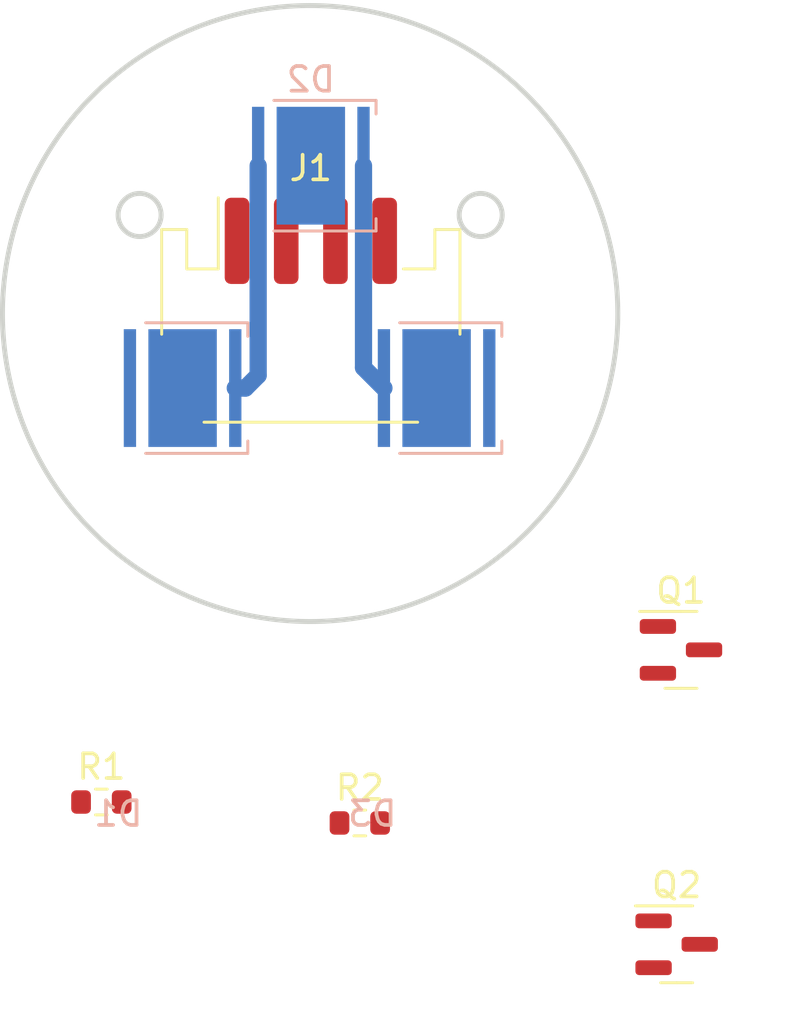
<source format=kicad_pcb>
(kicad_pcb (version 20211014) (generator pcbnew)
  (layers (0 "F.Cu" signal) (31 "B.Cu" signal) (34 "B.Paste" user) (35 "F.Paste" user) (36 "B.SilkS" user "B.Silkscreen") (37 "F.SilkS" user "F.Silkscreen") (38 "B.Mask" user) (39 "F.Mask" user) (44 "Edge.Cuts" user))
  (net 0 "")
  (net 1 "Net-(D1-Pad1)")
  (net 2 "+BATT")
  (net 3 "Net-(D2-Pad1)")
  (net 4 "Net-(D3-Pad1)")
  (net 5 "GND")
  (net 8 "Net-(Q1-Pad1)")
  (net 9 "Net-(Q1-Pad2)")
  (footprint "Connector_JST:JST_PH_S4B-PH-SM4-TB_1x04-1MP_P2.00mm_Horizontal" (layer "F.Cu") (at 121.1 99.8)
    (fp_text reference "J1" (at 0 -5.8) (layer "F.SilkS"))
    (fp_text value "S4B-PH-SM4")
    (fp_line (start -5.04 -1.71) (end -3.76 -1.71) (layer "F.SilkS") (width 0.12))
    (fp_line (start 6.06 -3.31) (end 5.04 -3.31) (layer "F.SilkS") (width 0.12))
    (fp_line (start -3.76 -1.71) (end -3.76 -4.6) (layer "F.SilkS") (width 0.12))
    (fp_line (start -6.06 -3.31) (end -5.04 -3.31) (layer "F.SilkS") (width 0.12))
    (fp_line (start 5.04 -3.31) (end 5.04 -1.71) (layer "F.SilkS") (width 0.12))
    (fp_line (start 6.06 0.94) (end 6.06 -3.31) (layer "F.SilkS") (width 0.12))
    (fp_line (start -5.04 -3.31) (end -5.04 -1.71) (layer "F.SilkS") (width 0.12))
    (fp_line (start 5.04 -1.71) (end 3.76 -1.71) (layer "F.SilkS") (width 0.12))
    (fp_line (start -4.34 4.51) (end 4.34 4.51) (layer "F.SilkS") (width 0.12))
    (fp_line (start -6.06 0.94) (end -6.06 -3.31) (layer "F.SilkS") (width 0.12))
    (pad "1" smd roundrect (at -3 -2.85) (size 1 3.5) (layers "F.Cu" "F.Paste" "F.Mask") (net 5 "GND"))
    (pad "2" smd roundrect (at -1 -2.85) (size 1 3.5) (layers "F.Cu" "F.Paste" "F.Mask") (net 2 "+BATT"))
    (pad "3" smd roundrect (at 1 -2.85) (size 1 3.5) (layers "F.Cu" "F.Paste" "F.Mask"))
    (pad "4" smd roundrect (at 3 -2.85) (size 1 3.5) (layers "F.Cu" "F.Paste" "F.Mask"))
    (pad "MP" smd roundrect (at -5.35 2.9) (size 1.5 3.4) (layers "F.Cu" "F.Paste" "F.Mask") (roundrect_rratio 0.166667))
    (pad "MP" smd roundrect (at 5.35 2.9) (size 1.5 3.4) (layers "F.Cu" "F.Paste" "F.Mask") (roundrect_rratio 0.166667))
  )
  (footprint "Resistor_SMD:R_0603_1608Metric" (layer "F.Cu") (at 112.59 119.725)
    (fp_text reference "R1" (at 0 -1.43) (layer "F.SilkS"))
    (fp_text value "R")
    (fp_line (start -0.237258 0.5225) (end 0.237258 0.5225) (layer "F.SilkS") (width 0.12))
    (fp_line (start -0.237258 -0.5225) (end 0.237258 -0.5225) (layer "F.SilkS") (width 0.12))
    (pad "1" smd roundrect (at -0.825 0) (size 0.8 0.95) (layers "F.Cu" "F.Paste" "F.Mask") (net 2 "+BATT"))
    (pad "2" smd roundrect (at 0.825 0) (size 0.8 0.95) (layers "F.Cu" "F.Paste" "F.Mask") (net 9 "Net-(Q1-Pad2)"))
  )
  (footprint "Package_TO_SOT_SMD:SOT-23" (layer "F.Cu") (at 135.9625 125.5)
    (fp_text reference "Q2" (at 0 -2.4) (layer "F.SilkS"))
    (fp_text value "Q_NMOS_DGS")
    (fp_line (start 0 1.56) (end -0.65 1.56) (layer "F.SilkS") (width 0.12))
    (fp_line (start 0 1.56) (end 0.65 1.56) (layer "F.SilkS") (width 0.12))
    (fp_line (start 0 -1.56) (end -1.675 -1.56) (layer "F.SilkS") (width 0.12))
    (fp_line (start 0 -1.56) (end 0.65 -1.56) (layer "F.SilkS") (width 0.12))
    (pad "1" smd roundrect (at -0.9375 -0.95) (size 1.475 0.6) (layers "F.Cu" "F.Paste" "F.Mask") (net 4 "Net-(D3-Pad1)"))
    (pad "2" smd roundrect (at -0.9375 0.95) (size 1.475 0.6) (layers "F.Cu" "F.Paste" "F.Mask") (net 9 "Net-(Q1-Pad2)"))
    (pad "3" smd roundrect (at 0.9375 0) (size 1.475 0.6) (layers "F.Cu" "F.Paste" "F.Mask") (net 8 "Net-(Q1-Pad1)"))
  )
  (footprint "Package_TO_SOT_SMD:SOT-23" (layer "F.Cu") (at 136.1375 113.55)
    (fp_text reference "Q1" (at 0 -2.4) (layer "F.SilkS"))
    (fp_text value "Q_NPN_BCE")
    (fp_line (start 0 1.56) (end -0.65 1.56) (layer "F.SilkS") (width 0.12))
    (fp_line (start 0 -1.56) (end -1.675 -1.56) (layer "F.SilkS") (width 0.12))
    (fp_line (start 0 1.56) (end 0.65 1.56) (layer "F.SilkS") (width 0.12))
    (fp_line (start 0 -1.56) (end 0.65 -1.56) (layer "F.SilkS") (width 0.12))
    (pad "1" smd roundrect (at -0.9375 -0.95) (size 1.475 0.6) (layers "F.Cu" "F.Paste" "F.Mask") (net 8 "Net-(Q1-Pad1)"))
    (pad "2" smd roundrect (at -0.9375 0.95) (size 1.475 0.6) (layers "F.Cu" "F.Paste" "F.Mask") (net 9 "Net-(Q1-Pad2)"))
    (pad "3" smd roundrect (at 0.9375 0) (size 1.475 0.6) (layers "F.Cu" "F.Paste" "F.Mask") (net 5 "GND"))
  )
  (footprint "Resistor_SMD:R_0603_1608Metric" (layer "F.Cu") (at 123.09 120.575)
    (fp_text reference "R2" (at 0 -1.43) (layer "F.SilkS"))
    (fp_text value "R")
    (fp_line (start -0.237258 0.5225) (end 0.237258 0.5225) (layer "F.SilkS") (width 0.12))
    (fp_line (start -0.237258 -0.5225) (end 0.237258 -0.5225) (layer "F.SilkS") (width 0.12))
    (pad "1" smd roundrect (at -0.825 0) (size 0.8 0.95) (layers "F.Cu" "F.Paste" "F.Mask") (net 8 "Net-(Q1-Pad1)"))
    (pad "2" smd roundrect (at 0.825 0) (size 0.8 0.95) (layers "F.Cu" "F.Paste" "F.Mask") (net 5 "GND"))
  )
  (footprint "LED_SMD:LED_Cree-XHP50_6V" (layer "B.Cu") (at 121.1 93.9 180)
    (fp_text reference "D2" (at 0 3.5) (layer "B.SilkS") (effects (justify mirror)))
    (fp_text value "LED_Pad")
    (fp_line (start -2.65 2.65) (end -2.65 2.1) (layer "B.SilkS") (width 0.12))
    (fp_line (start -2.65 -2.65) (end -2.65 -2.15) (layer "B.SilkS") (width 0.12))
    (fp_line (start 1.5 -2.65) (end -2.65 -2.65) (layer "B.SilkS") (width 0.12))
    (fp_line (start 1.5 2.65) (end -2.65 2.65) (layer "B.SilkS") (width 0.12))
    (pad "1" smd rect (at -2.14 0 180) (size 0.5 4.78) (layers "B.Cu" "B.Mask") (net 3 "Net-(D2-Pad1)"))
    (pad "2" smd rect (at 2.14 0 180) (size 0.5 4.78) (layers "B.Cu" "B.Mask") (net 1 "Net-(D1-Pad1)"))
    (pad "3" smd rect (at 0 0 180) (size 2.78 4.78) (layers "B.Cu" "B.Mask"))
  )
  (footprint "LED_SMD:LED_Cree-XHP50_6V" (layer "B.Cu") (at 126.21 102.925 180)
    (fp_text reference "D3" (at 2.61 -17.275) (layer "B.SilkS") (effects (justify mirror)))
    (fp_text value "LED_Pad")
    (fp_line (start 1.5 -2.65) (end -2.65 -2.65) (layer "B.SilkS") (width 0.12))
    (fp_line (start 1.5 2.65) (end -2.65 2.65) (layer "B.SilkS") (width 0.12))
    (fp_line (start -2.65 2.65) (end -2.65 2.1) (layer "B.SilkS") (width 0.12))
    (fp_line (start -2.65 -2.65) (end -2.65 -2.15) (layer "B.SilkS") (width 0.12))
    (pad "1" smd rect (at -2.14 0 180) (size 0.5 4.78) (layers "B.Cu" "B.Mask") (net 4 "Net-(D3-Pad1)"))
    (pad "2" smd rect (at 2.14 0 180) (size 0.5 4.78) (layers "B.Cu" "B.Mask") (net 3 "Net-(D2-Pad1)"))
    (pad "3" smd rect (at 0 0 180) (size 2.78 4.78) (layers "B.Cu" "B.Mask"))
  )
  (footprint "LED_SMD:LED_Cree-XHP50_6V" (layer "B.Cu") (at 115.89 102.925 180)
    (fp_text reference "D1" (at 2.61 -17.275) (layer "B.SilkS") (effects (justify mirror)))
    (fp_text value "LED_Pad")
    (fp_line (start 1.5 -2.65) (end -2.65 -2.65) (layer "B.SilkS") (width 0.12))
    (fp_line (start -2.65 -2.65) (end -2.65 -2.15) (layer "B.SilkS") (width 0.12))
    (fp_line (start 1.5 2.65) (end -2.65 2.65) (layer "B.SilkS") (width 0.12))
    (fp_line (start -2.65 2.65) (end -2.65 2.1) (layer "B.SilkS") (width 0.12))
    (pad "1" smd rect (at -2.14 0 180) (size 0.5 4.78) (layers "B.Cu" "B.Mask") (net 1 "Net-(D1-Pad1)"))
    (pad "2" smd rect (at 2.14 0 180) (size 0.5 4.78) (layers "B.Cu" "B.Mask") (net 2 "+BATT"))
    (pad "3" smd rect (at 0 0 180) (size 2.78 4.78) (layers "B.Cu" "B.Mask"))
  )
  (gr_circle (center 128 95.9) (end 128.875 95.9) (layer "Edge.Cuts") (width 0.2) (fill none))
  (gr_circle (center 114.143594 95.9) (end 115.018594 95.9) (layer "Edge.Cuts") (width 0.2) (fill none))
  (gr_circle (center 121.071797 99.9) (end 133.571797 99.9) (layer "Edge.Cuts") (width 0.2) (fill none))
  (segment (start 118.03 102.925) (end 118.445 102.925) (width 0.7) (layer "B.Cu") (net 1))
  (segment (start 118.445 102.925) (end 118.96 102.41) (width 0.7) (layer "B.Cu") (net 1))
  (segment (start 118.96 102.41) (end 118.96 93.9) (width 0.7) (layer "B.Cu") (net 1))
  (segment (start 123.24 102.095) (end 124.07 102.925) (width 0.7) (layer "B.Cu") (net 3))
  (segment (start 123.24 93.9) (end 123.24 102.095) (width 0.7) (layer "B.Cu") (net 3))
)
</source>
